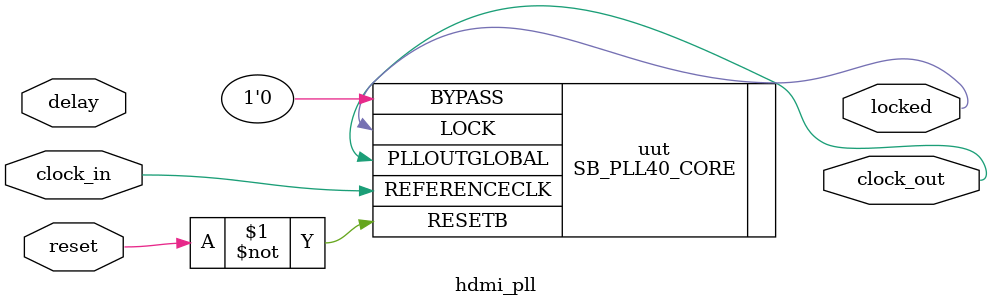
<source format=v>
/**
 * PLL configuration
 *
 * This Verilog module was generated automatically
 * using the icepll tool from the IceStorm project.
 * Use at your own risk.
 *
 * Given input frequency:        25.000 MHz
 * Requested output frequency:  250.000 MHz
 * Achieved output frequency:   250.000 MHz
 */

module hdmi_pll(
	input reset,
	input  clock_in,
	output clock_out,
	output locked,
	input [3:0] delay
	);

SB_PLL40_CORE #(
		.FEEDBACK_PATH("SIMPLE"),
		.DIVR(4'b0000),		// DIVR =  0
		.DIVF(7'b0100111),	// DIVF = 39
		.DIVQ(3'b010),		// DIVQ =  2
		.FILTER_RANGE(3'b010),	// FILTER_RANGE = 2
		//.DELAY_ADJUSTMENT_MODE_FEEDBACK("DYNAMIC")
		.DELAY_ADJUSTMENT_MODE_FEEDBACK("FIXED"),
		.FDA_RELATIVE(12) // 3 sometimes works?
	) uut (
		.LOCK(locked),
		.RESETB(~reset),
		.BYPASS(1'b0),
		.REFERENCECLK(clock_in),
		.PLLOUTGLOBAL(clock_out),
		//.DYNAMICDELAY({4'b0000, delay})
		//.DYNAMICDELAY({delay, 4'b0000})
		);

endmodule

</source>
